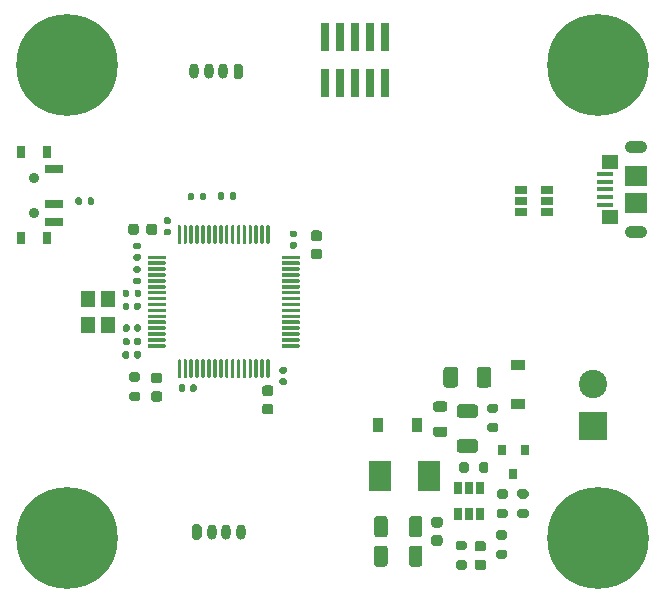
<source format=gbr>
%TF.GenerationSoftware,KiCad,Pcbnew,5.1.10-88a1d61d58~90~ubuntu20.04.1*%
%TF.CreationDate,2021-12-12T00:04:41-03:00*%
%TF.ProjectId,kicadproj,6b696361-6470-4726-9f6a-2e6b69636164,rev?*%
%TF.SameCoordinates,Original*%
%TF.FileFunction,Soldermask,Top*%
%TF.FilePolarity,Negative*%
%FSLAX46Y46*%
G04 Gerber Fmt 4.6, Leading zero omitted, Abs format (unit mm)*
G04 Created by KiCad (PCBNEW 5.1.10-88a1d61d58~90~ubuntu20.04.1) date 2021-12-12 00:04:41*
%MOMM*%
%LPD*%
G01*
G04 APERTURE LIST*
%ADD10R,0.740000X2.400000*%
%ADD11R,1.200000X0.900000*%
%ADD12R,0.900000X1.200000*%
%ADD13C,8.600000*%
%ADD14C,0.900000*%
%ADD15R,2.400000X2.400000*%
%ADD16C,2.400000*%
%ADD17O,0.800000X1.300000*%
%ADD18R,1.450000X1.150000*%
%ADD19O,1.900000X1.050000*%
%ADD20R,1.900000X1.750000*%
%ADD21R,1.400000X0.400000*%
%ADD22R,1.900000X2.500000*%
%ADD23R,0.800000X0.900000*%
%ADD24R,1.500000X0.700000*%
%ADD25R,0.800000X1.000000*%
%ADD26R,0.650000X1.060000*%
%ADD27R,1.060000X0.650000*%
%ADD28R,1.200000X1.400000*%
G04 APERTURE END LIST*
D10*
%TO.C,J3*%
X162360000Y-97525000D03*
X162360000Y-93625000D03*
X163630000Y-97525000D03*
X163630000Y-93625000D03*
X164900000Y-97525000D03*
X164900000Y-93625000D03*
X166170000Y-97525000D03*
X166170000Y-93625000D03*
X167440000Y-97525000D03*
X167440000Y-93625000D03*
%TD*%
%TO.C,C1*%
G36*
G01*
X148127020Y-109633460D02*
X148127020Y-110133460D01*
G75*
G02*
X147902020Y-110358460I-225000J0D01*
G01*
X147452020Y-110358460D01*
G75*
G02*
X147227020Y-110133460I0J225000D01*
G01*
X147227020Y-109633460D01*
G75*
G02*
X147452020Y-109408460I225000J0D01*
G01*
X147902020Y-109408460D01*
G75*
G02*
X148127020Y-109633460I0J-225000D01*
G01*
G37*
G36*
G01*
X146577020Y-109633460D02*
X146577020Y-110133460D01*
G75*
G02*
X146352020Y-110358460I-225000J0D01*
G01*
X145902020Y-110358460D01*
G75*
G02*
X145677020Y-110133460I0J225000D01*
G01*
X145677020Y-109633460D01*
G75*
G02*
X145902020Y-109408460I225000J0D01*
G01*
X146352020Y-109408460D01*
G75*
G02*
X146577020Y-109633460I0J-225000D01*
G01*
G37*
%TD*%
%TO.C,C2*%
G36*
G01*
X157250000Y-124650000D02*
X157750000Y-124650000D01*
G75*
G02*
X157975000Y-124875000I0J-225000D01*
G01*
X157975000Y-125325000D01*
G75*
G02*
X157750000Y-125550000I-225000J0D01*
G01*
X157250000Y-125550000D01*
G75*
G02*
X157025000Y-125325000I0J225000D01*
G01*
X157025000Y-124875000D01*
G75*
G02*
X157250000Y-124650000I225000J0D01*
G01*
G37*
G36*
G01*
X157250000Y-123100000D02*
X157750000Y-123100000D01*
G75*
G02*
X157975000Y-123325000I0J-225000D01*
G01*
X157975000Y-123775000D01*
G75*
G02*
X157750000Y-124000000I-225000J0D01*
G01*
X157250000Y-124000000D01*
G75*
G02*
X157025000Y-123775000I0J225000D01*
G01*
X157025000Y-123325000D01*
G75*
G02*
X157250000Y-123100000I225000J0D01*
G01*
G37*
%TD*%
%TO.C,C3*%
G36*
G01*
X149172600Y-110394540D02*
X148832600Y-110394540D01*
G75*
G02*
X148692600Y-110254540I0J140000D01*
G01*
X148692600Y-109974540D01*
G75*
G02*
X148832600Y-109834540I140000J0D01*
G01*
X149172600Y-109834540D01*
G75*
G02*
X149312600Y-109974540I0J-140000D01*
G01*
X149312600Y-110254540D01*
G75*
G02*
X149172600Y-110394540I-140000J0D01*
G01*
G37*
G36*
G01*
X149172600Y-109434540D02*
X148832600Y-109434540D01*
G75*
G02*
X148692600Y-109294540I0J140000D01*
G01*
X148692600Y-109014540D01*
G75*
G02*
X148832600Y-108874540I140000J0D01*
G01*
X149172600Y-108874540D01*
G75*
G02*
X149312600Y-109014540I0J-140000D01*
G01*
X149312600Y-109294540D01*
G75*
G02*
X149172600Y-109434540I-140000J0D01*
G01*
G37*
%TD*%
%TO.C,C4*%
G36*
G01*
X161875000Y-112425000D02*
X161375000Y-112425000D01*
G75*
G02*
X161150000Y-112200000I0J225000D01*
G01*
X161150000Y-111750000D01*
G75*
G02*
X161375000Y-111525000I225000J0D01*
G01*
X161875000Y-111525000D01*
G75*
G02*
X162100000Y-111750000I0J-225000D01*
G01*
X162100000Y-112200000D01*
G75*
G02*
X161875000Y-112425000I-225000J0D01*
G01*
G37*
G36*
G01*
X161875000Y-110875000D02*
X161375000Y-110875000D01*
G75*
G02*
X161150000Y-110650000I0J225000D01*
G01*
X161150000Y-110200000D01*
G75*
G02*
X161375000Y-109975000I225000J0D01*
G01*
X161875000Y-109975000D01*
G75*
G02*
X162100000Y-110200000I0J-225000D01*
G01*
X162100000Y-110650000D01*
G75*
G02*
X161875000Y-110875000I-225000J0D01*
G01*
G37*
%TD*%
%TO.C,C5*%
G36*
G01*
X150525000Y-123155000D02*
X150525000Y-123495000D01*
G75*
G02*
X150385000Y-123635000I-140000J0D01*
G01*
X150105000Y-123635000D01*
G75*
G02*
X149965000Y-123495000I0J140000D01*
G01*
X149965000Y-123155000D01*
G75*
G02*
X150105000Y-123015000I140000J0D01*
G01*
X150385000Y-123015000D01*
G75*
G02*
X150525000Y-123155000I0J-140000D01*
G01*
G37*
G36*
G01*
X151485000Y-123155000D02*
X151485000Y-123495000D01*
G75*
G02*
X151345000Y-123635000I-140000J0D01*
G01*
X151065000Y-123635000D01*
G75*
G02*
X150925000Y-123495000I0J140000D01*
G01*
X150925000Y-123155000D01*
G75*
G02*
X151065000Y-123015000I140000J0D01*
G01*
X151345000Y-123015000D01*
G75*
G02*
X151485000Y-123155000I0J-140000D01*
G01*
G37*
%TD*%
%TO.C,C6*%
G36*
G01*
X146607200Y-112533220D02*
X146267200Y-112533220D01*
G75*
G02*
X146127200Y-112393220I0J140000D01*
G01*
X146127200Y-112113220D01*
G75*
G02*
X146267200Y-111973220I140000J0D01*
G01*
X146607200Y-111973220D01*
G75*
G02*
X146747200Y-112113220I0J-140000D01*
G01*
X146747200Y-112393220D01*
G75*
G02*
X146607200Y-112533220I-140000J0D01*
G01*
G37*
G36*
G01*
X146607200Y-111573220D02*
X146267200Y-111573220D01*
G75*
G02*
X146127200Y-111433220I0J140000D01*
G01*
X146127200Y-111153220D01*
G75*
G02*
X146267200Y-111013220I140000J0D01*
G01*
X146607200Y-111013220D01*
G75*
G02*
X146747200Y-111153220I0J-140000D01*
G01*
X146747200Y-111433220D01*
G75*
G02*
X146607200Y-111573220I-140000J0D01*
G01*
G37*
%TD*%
%TO.C,C7*%
G36*
G01*
X175050001Y-128800000D02*
X173749999Y-128800000D01*
G75*
G02*
X173500000Y-128550001I0J249999D01*
G01*
X173500000Y-127899999D01*
G75*
G02*
X173749999Y-127650000I249999J0D01*
G01*
X175050001Y-127650000D01*
G75*
G02*
X175300000Y-127899999I0J-249999D01*
G01*
X175300000Y-128550001D01*
G75*
G02*
X175050001Y-128800000I-249999J0D01*
G01*
G37*
G36*
G01*
X175050001Y-125850000D02*
X173749999Y-125850000D01*
G75*
G02*
X173500000Y-125600001I0J249999D01*
G01*
X173500000Y-124949999D01*
G75*
G02*
X173749999Y-124700000I249999J0D01*
G01*
X175050001Y-124700000D01*
G75*
G02*
X175300000Y-124949999I0J-249999D01*
G01*
X175300000Y-125600001D01*
G75*
G02*
X175050001Y-125850000I-249999J0D01*
G01*
G37*
%TD*%
%TO.C,C8*%
G36*
G01*
X158630000Y-122500000D02*
X158970000Y-122500000D01*
G75*
G02*
X159110000Y-122640000I0J-140000D01*
G01*
X159110000Y-122920000D01*
G75*
G02*
X158970000Y-123060000I-140000J0D01*
G01*
X158630000Y-123060000D01*
G75*
G02*
X158490000Y-122920000I0J140000D01*
G01*
X158490000Y-122640000D01*
G75*
G02*
X158630000Y-122500000I140000J0D01*
G01*
G37*
G36*
G01*
X158630000Y-121540000D02*
X158970000Y-121540000D01*
G75*
G02*
X159110000Y-121680000I0J-140000D01*
G01*
X159110000Y-121960000D01*
G75*
G02*
X158970000Y-122100000I-140000J0D01*
G01*
X158630000Y-122100000D01*
G75*
G02*
X158490000Y-121960000I0J140000D01*
G01*
X158490000Y-121680000D01*
G75*
G02*
X158630000Y-121540000I140000J0D01*
G01*
G37*
%TD*%
%TO.C,C9*%
G36*
G01*
X159830440Y-111509600D02*
X159490440Y-111509600D01*
G75*
G02*
X159350440Y-111369600I0J140000D01*
G01*
X159350440Y-111089600D01*
G75*
G02*
X159490440Y-110949600I140000J0D01*
G01*
X159830440Y-110949600D01*
G75*
G02*
X159970440Y-111089600I0J-140000D01*
G01*
X159970440Y-111369600D01*
G75*
G02*
X159830440Y-111509600I-140000J0D01*
G01*
G37*
G36*
G01*
X159830440Y-110549600D02*
X159490440Y-110549600D01*
G75*
G02*
X159350440Y-110409600I0J140000D01*
G01*
X159350440Y-110129600D01*
G75*
G02*
X159490440Y-109989600I140000J0D01*
G01*
X159830440Y-109989600D01*
G75*
G02*
X159970440Y-110129600I0J-140000D01*
G01*
X159970440Y-110409600D01*
G75*
G02*
X159830440Y-110549600I-140000J0D01*
G01*
G37*
%TD*%
%TO.C,C10*%
G36*
G01*
X146755240Y-119207980D02*
X146755240Y-119547980D01*
G75*
G02*
X146615240Y-119687980I-140000J0D01*
G01*
X146335240Y-119687980D01*
G75*
G02*
X146195240Y-119547980I0J140000D01*
G01*
X146195240Y-119207980D01*
G75*
G02*
X146335240Y-119067980I140000J0D01*
G01*
X146615240Y-119067980D01*
G75*
G02*
X146755240Y-119207980I0J-140000D01*
G01*
G37*
G36*
G01*
X145795240Y-119207980D02*
X145795240Y-119547980D01*
G75*
G02*
X145655240Y-119687980I-140000J0D01*
G01*
X145375240Y-119687980D01*
G75*
G02*
X145235240Y-119547980I0J140000D01*
G01*
X145235240Y-119207980D01*
G75*
G02*
X145375240Y-119067980I140000J0D01*
G01*
X145655240Y-119067980D01*
G75*
G02*
X145795240Y-119207980I0J-140000D01*
G01*
G37*
%TD*%
%TO.C,C11*%
G36*
G01*
X145795240Y-118072600D02*
X145795240Y-118412600D01*
G75*
G02*
X145655240Y-118552600I-140000J0D01*
G01*
X145375240Y-118552600D01*
G75*
G02*
X145235240Y-118412600I0J140000D01*
G01*
X145235240Y-118072600D01*
G75*
G02*
X145375240Y-117932600I140000J0D01*
G01*
X145655240Y-117932600D01*
G75*
G02*
X145795240Y-118072600I0J-140000D01*
G01*
G37*
G36*
G01*
X146755240Y-118072600D02*
X146755240Y-118412600D01*
G75*
G02*
X146615240Y-118552600I-140000J0D01*
G01*
X146335240Y-118552600D01*
G75*
G02*
X146195240Y-118412600I0J140000D01*
G01*
X146195240Y-118072600D01*
G75*
G02*
X146335240Y-117932600I140000J0D01*
G01*
X146615240Y-117932600D01*
G75*
G02*
X146755240Y-118072600I0J-140000D01*
G01*
G37*
%TD*%
%TO.C,C12*%
G36*
G01*
X171575000Y-135775000D02*
X172075000Y-135775000D01*
G75*
G02*
X172300000Y-136000000I0J-225000D01*
G01*
X172300000Y-136450000D01*
G75*
G02*
X172075000Y-136675000I-225000J0D01*
G01*
X171575000Y-136675000D01*
G75*
G02*
X171350000Y-136450000I0J225000D01*
G01*
X171350000Y-136000000D01*
G75*
G02*
X171575000Y-135775000I225000J0D01*
G01*
G37*
G36*
G01*
X171575000Y-134225000D02*
X172075000Y-134225000D01*
G75*
G02*
X172300000Y-134450000I0J-225000D01*
G01*
X172300000Y-134900000D01*
G75*
G02*
X172075000Y-135125000I-225000J0D01*
G01*
X171575000Y-135125000D01*
G75*
G02*
X171350000Y-134900000I0J225000D01*
G01*
X171350000Y-134450000D01*
G75*
G02*
X171575000Y-134225000I225000J0D01*
G01*
G37*
%TD*%
%TO.C,C13*%
G36*
G01*
X146604660Y-114524580D02*
X146264660Y-114524580D01*
G75*
G02*
X146124660Y-114384580I0J140000D01*
G01*
X146124660Y-114104580D01*
G75*
G02*
X146264660Y-113964580I140000J0D01*
G01*
X146604660Y-113964580D01*
G75*
G02*
X146744660Y-114104580I0J-140000D01*
G01*
X146744660Y-114384580D01*
G75*
G02*
X146604660Y-114524580I-140000J0D01*
G01*
G37*
G36*
G01*
X146604660Y-113564580D02*
X146264660Y-113564580D01*
G75*
G02*
X146124660Y-113424580I0J140000D01*
G01*
X146124660Y-113144580D01*
G75*
G02*
X146264660Y-113004580I140000J0D01*
G01*
X146604660Y-113004580D01*
G75*
G02*
X146744660Y-113144580I0J-140000D01*
G01*
X146744660Y-113424580D01*
G75*
G02*
X146604660Y-113564580I-140000J0D01*
G01*
G37*
%TD*%
%TO.C,C14*%
G36*
G01*
X166500000Y-135700001D02*
X166500000Y-134399999D01*
G75*
G02*
X166749999Y-134150000I249999J0D01*
G01*
X167400001Y-134150000D01*
G75*
G02*
X167650000Y-134399999I0J-249999D01*
G01*
X167650000Y-135700001D01*
G75*
G02*
X167400001Y-135950000I-249999J0D01*
G01*
X166749999Y-135950000D01*
G75*
G02*
X166500000Y-135700001I0J249999D01*
G01*
G37*
G36*
G01*
X169450000Y-135700001D02*
X169450000Y-134399999D01*
G75*
G02*
X169699999Y-134150000I249999J0D01*
G01*
X170350001Y-134150000D01*
G75*
G02*
X170600000Y-134399999I0J-249999D01*
G01*
X170600000Y-135700001D01*
G75*
G02*
X170350001Y-135950000I-249999J0D01*
G01*
X169699999Y-135950000D01*
G75*
G02*
X169450000Y-135700001I0J249999D01*
G01*
G37*
%TD*%
%TO.C,C15*%
G36*
G01*
X146167300Y-116576180D02*
X146167300Y-116236180D01*
G75*
G02*
X146307300Y-116096180I140000J0D01*
G01*
X146587300Y-116096180D01*
G75*
G02*
X146727300Y-116236180I0J-140000D01*
G01*
X146727300Y-116576180D01*
G75*
G02*
X146587300Y-116716180I-140000J0D01*
G01*
X146307300Y-116716180D01*
G75*
G02*
X146167300Y-116576180I0J140000D01*
G01*
G37*
G36*
G01*
X145207300Y-116576180D02*
X145207300Y-116236180D01*
G75*
G02*
X145347300Y-116096180I140000J0D01*
G01*
X145627300Y-116096180D01*
G75*
G02*
X145767300Y-116236180I0J-140000D01*
G01*
X145767300Y-116576180D01*
G75*
G02*
X145627300Y-116716180I-140000J0D01*
G01*
X145347300Y-116716180D01*
G75*
G02*
X145207300Y-116576180I0J140000D01*
G01*
G37*
%TD*%
%TO.C,C16*%
G36*
G01*
X169450000Y-138200001D02*
X169450000Y-136899999D01*
G75*
G02*
X169699999Y-136650000I249999J0D01*
G01*
X170350001Y-136650000D01*
G75*
G02*
X170600000Y-136899999I0J-249999D01*
G01*
X170600000Y-138200001D01*
G75*
G02*
X170350001Y-138450000I-249999J0D01*
G01*
X169699999Y-138450000D01*
G75*
G02*
X169450000Y-138200001I0J249999D01*
G01*
G37*
G36*
G01*
X166500000Y-138200001D02*
X166500000Y-136899999D01*
G75*
G02*
X166749999Y-136650000I249999J0D01*
G01*
X167400001Y-136650000D01*
G75*
G02*
X167650000Y-136899999I0J-249999D01*
G01*
X167650000Y-138200001D01*
G75*
G02*
X167400001Y-138450000I-249999J0D01*
G01*
X166749999Y-138450000D01*
G75*
G02*
X166500000Y-138200001I0J249999D01*
G01*
G37*
%TD*%
D11*
%TO.C,D1*%
X178650000Y-124650000D03*
X178650000Y-121350000D03*
%TD*%
D12*
%TO.C,D2*%
X170150000Y-126450000D03*
X166850000Y-126450000D03*
%TD*%
%TO.C,D3*%
G36*
G01*
X148349530Y-124473940D02*
X147837030Y-124473940D01*
G75*
G02*
X147618280Y-124255190I0J218750D01*
G01*
X147618280Y-123817690D01*
G75*
G02*
X147837030Y-123598940I218750J0D01*
G01*
X148349530Y-123598940D01*
G75*
G02*
X148568280Y-123817690I0J-218750D01*
G01*
X148568280Y-124255190D01*
G75*
G02*
X148349530Y-124473940I-218750J0D01*
G01*
G37*
G36*
G01*
X148349530Y-122898940D02*
X147837030Y-122898940D01*
G75*
G02*
X147618280Y-122680190I0J218750D01*
G01*
X147618280Y-122242690D01*
G75*
G02*
X147837030Y-122023940I218750J0D01*
G01*
X148349530Y-122023940D01*
G75*
G02*
X148568280Y-122242690I0J-218750D01*
G01*
X148568280Y-122680190D01*
G75*
G02*
X148349530Y-122898940I-218750J0D01*
G01*
G37*
%TD*%
%TO.C,D4*%
G36*
G01*
X175243750Y-137850000D02*
X175756250Y-137850000D01*
G75*
G02*
X175975000Y-138068750I0J-218750D01*
G01*
X175975000Y-138506250D01*
G75*
G02*
X175756250Y-138725000I-218750J0D01*
G01*
X175243750Y-138725000D01*
G75*
G02*
X175025000Y-138506250I0J218750D01*
G01*
X175025000Y-138068750D01*
G75*
G02*
X175243750Y-137850000I218750J0D01*
G01*
G37*
G36*
G01*
X175243750Y-136275000D02*
X175756250Y-136275000D01*
G75*
G02*
X175975000Y-136493750I0J-218750D01*
G01*
X175975000Y-136931250D01*
G75*
G02*
X175756250Y-137150000I-218750J0D01*
G01*
X175243750Y-137150000D01*
G75*
G02*
X175025000Y-136931250I0J218750D01*
G01*
X175025000Y-136493750D01*
G75*
G02*
X175243750Y-136275000I218750J0D01*
G01*
G37*
%TD*%
%TO.C,F1*%
G36*
G01*
X172375000Y-123025000D02*
X172375000Y-121775000D01*
G75*
G02*
X172625000Y-121525000I250000J0D01*
G01*
X173375000Y-121525000D01*
G75*
G02*
X173625000Y-121775000I0J-250000D01*
G01*
X173625000Y-123025000D01*
G75*
G02*
X173375000Y-123275000I-250000J0D01*
G01*
X172625000Y-123275000D01*
G75*
G02*
X172375000Y-123025000I0J250000D01*
G01*
G37*
G36*
G01*
X175175000Y-123025000D02*
X175175000Y-121775000D01*
G75*
G02*
X175425000Y-121525000I250000J0D01*
G01*
X176175000Y-121525000D01*
G75*
G02*
X176425000Y-121775000I0J-250000D01*
G01*
X176425000Y-123025000D01*
G75*
G02*
X176175000Y-123275000I-250000J0D01*
G01*
X175425000Y-123275000D01*
G75*
G02*
X175175000Y-123025000I0J250000D01*
G01*
G37*
%TD*%
%TO.C,FB1*%
G36*
G01*
X172481250Y-125325000D02*
X171718750Y-125325000D01*
G75*
G02*
X171500000Y-125106250I0J218750D01*
G01*
X171500000Y-124668750D01*
G75*
G02*
X171718750Y-124450000I218750J0D01*
G01*
X172481250Y-124450000D01*
G75*
G02*
X172700000Y-124668750I0J-218750D01*
G01*
X172700000Y-125106250D01*
G75*
G02*
X172481250Y-125325000I-218750J0D01*
G01*
G37*
G36*
G01*
X172481250Y-127450000D02*
X171718750Y-127450000D01*
G75*
G02*
X171500000Y-127231250I0J218750D01*
G01*
X171500000Y-126793750D01*
G75*
G02*
X171718750Y-126575000I218750J0D01*
G01*
X172481250Y-126575000D01*
G75*
G02*
X172700000Y-126793750I0J-218750D01*
G01*
X172700000Y-127231250D01*
G75*
G02*
X172481250Y-127450000I-218750J0D01*
G01*
G37*
%TD*%
D13*
%TO.C,H1*%
X140500000Y-96000000D03*
D14*
X143725000Y-96000000D03*
X142780419Y-98280419D03*
X140500000Y-99225000D03*
X138219581Y-98280419D03*
X137275000Y-96000000D03*
X138219581Y-93719581D03*
X140500000Y-92775000D03*
X142780419Y-93719581D03*
%TD*%
%TO.C,H2*%
X187780419Y-93719581D03*
X185500000Y-92775000D03*
X183219581Y-93719581D03*
X182275000Y-96000000D03*
X183219581Y-98280419D03*
X185500000Y-99225000D03*
X187780419Y-98280419D03*
X188725000Y-96000000D03*
D13*
X185500000Y-96000000D03*
%TD*%
%TO.C,H3*%
X185500000Y-136000000D03*
D14*
X188725000Y-136000000D03*
X187780419Y-138280419D03*
X185500000Y-139225000D03*
X183219581Y-138280419D03*
X182275000Y-136000000D03*
X183219581Y-133719581D03*
X185500000Y-132775000D03*
X187780419Y-133719581D03*
%TD*%
%TO.C,H4*%
X142780419Y-133719581D03*
X140500000Y-132775000D03*
X138219581Y-133719581D03*
X137275000Y-136000000D03*
X138219581Y-138280419D03*
X140500000Y-139225000D03*
X142780419Y-138280419D03*
X143725000Y-136000000D03*
D13*
X140500000Y-136000000D03*
%TD*%
D15*
%TO.C,J1*%
X185000000Y-126500000D03*
D16*
X185000000Y-123000000D03*
%TD*%
D17*
%TO.C,J2*%
X151250000Y-96500000D03*
X152500000Y-96500000D03*
X153750000Y-96500000D03*
G36*
G01*
X155400000Y-96050000D02*
X155400000Y-96950000D01*
G75*
G02*
X155200000Y-97150000I-200000J0D01*
G01*
X154800000Y-97150000D01*
G75*
G02*
X154600000Y-96950000I0J200000D01*
G01*
X154600000Y-96050000D01*
G75*
G02*
X154800000Y-95850000I200000J0D01*
G01*
X155200000Y-95850000D01*
G75*
G02*
X155400000Y-96050000I0J-200000D01*
G01*
G37*
%TD*%
%TO.C,J4*%
G36*
G01*
X151100000Y-135950000D02*
X151100000Y-135050000D01*
G75*
G02*
X151300000Y-134850000I200000J0D01*
G01*
X151700000Y-134850000D01*
G75*
G02*
X151900000Y-135050000I0J-200000D01*
G01*
X151900000Y-135950000D01*
G75*
G02*
X151700000Y-136150000I-200000J0D01*
G01*
X151300000Y-136150000D01*
G75*
G02*
X151100000Y-135950000I0J200000D01*
G01*
G37*
X152750000Y-135500000D03*
X154000000Y-135500000D03*
X155250000Y-135500000D03*
%TD*%
D18*
%TO.C,J5*%
X186470000Y-108820000D03*
X186470000Y-104180000D03*
D19*
X188700000Y-102925000D03*
X188700000Y-110075000D03*
D20*
X188700000Y-107625000D03*
D21*
X186050000Y-106500000D03*
X186050000Y-105850000D03*
X186050000Y-105200000D03*
X186050000Y-107800000D03*
X186050000Y-107150000D03*
D20*
X188700000Y-105375000D03*
%TD*%
%TO.C,L1*%
G36*
G01*
X146760000Y-120328160D02*
X146760000Y-120673160D01*
G75*
G02*
X146612500Y-120820660I-147500J0D01*
G01*
X146317500Y-120820660D01*
G75*
G02*
X146170000Y-120673160I0J147500D01*
G01*
X146170000Y-120328160D01*
G75*
G02*
X146317500Y-120180660I147500J0D01*
G01*
X146612500Y-120180660D01*
G75*
G02*
X146760000Y-120328160I0J-147500D01*
G01*
G37*
G36*
G01*
X145790000Y-120328160D02*
X145790000Y-120673160D01*
G75*
G02*
X145642500Y-120820660I-147500J0D01*
G01*
X145347500Y-120820660D01*
G75*
G02*
X145200000Y-120673160I0J147500D01*
G01*
X145200000Y-120328160D01*
G75*
G02*
X145347500Y-120180660I147500J0D01*
G01*
X145642500Y-120180660D01*
G75*
G02*
X145790000Y-120328160I0J-147500D01*
G01*
G37*
%TD*%
D22*
%TO.C,L2*%
X171141100Y-130800000D03*
X167041100Y-130800000D03*
%TD*%
D23*
%TO.C,Q1*%
X179250000Y-128600000D03*
X177350000Y-128600000D03*
X178300000Y-130600000D03*
%TD*%
%TO.C,R1*%
G36*
G01*
X174525000Y-129775000D02*
X174525000Y-130325000D01*
G75*
G02*
X174325000Y-130525000I-200000J0D01*
G01*
X173925000Y-130525000D01*
G75*
G02*
X173725000Y-130325000I0J200000D01*
G01*
X173725000Y-129775000D01*
G75*
G02*
X173925000Y-129575000I200000J0D01*
G01*
X174325000Y-129575000D01*
G75*
G02*
X174525000Y-129775000I0J-200000D01*
G01*
G37*
G36*
G01*
X176175000Y-129775000D02*
X176175000Y-130325000D01*
G75*
G02*
X175975000Y-130525000I-200000J0D01*
G01*
X175575000Y-130525000D01*
G75*
G02*
X175375000Y-130325000I0J200000D01*
G01*
X175375000Y-129775000D01*
G75*
G02*
X175575000Y-129575000I200000J0D01*
G01*
X175975000Y-129575000D01*
G75*
G02*
X176175000Y-129775000I0J-200000D01*
G01*
G37*
%TD*%
%TO.C,R2*%
G36*
G01*
X176275000Y-124625000D02*
X176825000Y-124625000D01*
G75*
G02*
X177025000Y-124825000I0J-200000D01*
G01*
X177025000Y-125225000D01*
G75*
G02*
X176825000Y-125425000I-200000J0D01*
G01*
X176275000Y-125425000D01*
G75*
G02*
X176075000Y-125225000I0J200000D01*
G01*
X176075000Y-124825000D01*
G75*
G02*
X176275000Y-124625000I200000J0D01*
G01*
G37*
G36*
G01*
X176275000Y-126275000D02*
X176825000Y-126275000D01*
G75*
G02*
X177025000Y-126475000I0J-200000D01*
G01*
X177025000Y-126875000D01*
G75*
G02*
X176825000Y-127075000I-200000J0D01*
G01*
X176275000Y-127075000D01*
G75*
G02*
X176075000Y-126875000I0J200000D01*
G01*
X176075000Y-126475000D01*
G75*
G02*
X176275000Y-126275000I200000J0D01*
G01*
G37*
%TD*%
%TO.C,R3*%
G36*
G01*
X151260000Y-106915000D02*
X151260000Y-107285000D01*
G75*
G02*
X151125000Y-107420000I-135000J0D01*
G01*
X150855000Y-107420000D01*
G75*
G02*
X150720000Y-107285000I0J135000D01*
G01*
X150720000Y-106915000D01*
G75*
G02*
X150855000Y-106780000I135000J0D01*
G01*
X151125000Y-106780000D01*
G75*
G02*
X151260000Y-106915000I0J-135000D01*
G01*
G37*
G36*
G01*
X152280000Y-106915000D02*
X152280000Y-107285000D01*
G75*
G02*
X152145000Y-107420000I-135000J0D01*
G01*
X151875000Y-107420000D01*
G75*
G02*
X151740000Y-107285000I0J135000D01*
G01*
X151740000Y-106915000D01*
G75*
G02*
X151875000Y-106780000I135000J0D01*
G01*
X152145000Y-106780000D01*
G75*
G02*
X152280000Y-106915000I0J-135000D01*
G01*
G37*
%TD*%
%TO.C,R4*%
G36*
G01*
X177025000Y-137000000D02*
X177575000Y-137000000D01*
G75*
G02*
X177775000Y-137200000I0J-200000D01*
G01*
X177775000Y-137600000D01*
G75*
G02*
X177575000Y-137800000I-200000J0D01*
G01*
X177025000Y-137800000D01*
G75*
G02*
X176825000Y-137600000I0J200000D01*
G01*
X176825000Y-137200000D01*
G75*
G02*
X177025000Y-137000000I200000J0D01*
G01*
G37*
G36*
G01*
X177025000Y-135350000D02*
X177575000Y-135350000D01*
G75*
G02*
X177775000Y-135550000I0J-200000D01*
G01*
X177775000Y-135950000D01*
G75*
G02*
X177575000Y-136150000I-200000J0D01*
G01*
X177025000Y-136150000D01*
G75*
G02*
X176825000Y-135950000I0J200000D01*
G01*
X176825000Y-135550000D01*
G75*
G02*
X177025000Y-135350000I200000J0D01*
G01*
G37*
%TD*%
%TO.C,R5*%
G36*
G01*
X177075000Y-131875000D02*
X177625000Y-131875000D01*
G75*
G02*
X177825000Y-132075000I0J-200000D01*
G01*
X177825000Y-132475000D01*
G75*
G02*
X177625000Y-132675000I-200000J0D01*
G01*
X177075000Y-132675000D01*
G75*
G02*
X176875000Y-132475000I0J200000D01*
G01*
X176875000Y-132075000D01*
G75*
G02*
X177075000Y-131875000I200000J0D01*
G01*
G37*
G36*
G01*
X177075000Y-133525000D02*
X177625000Y-133525000D01*
G75*
G02*
X177825000Y-133725000I0J-200000D01*
G01*
X177825000Y-134125000D01*
G75*
G02*
X177625000Y-134325000I-200000J0D01*
G01*
X177075000Y-134325000D01*
G75*
G02*
X176875000Y-134125000I0J200000D01*
G01*
X176875000Y-133725000D01*
G75*
G02*
X177075000Y-133525000I200000J0D01*
G01*
G37*
%TD*%
%TO.C,R6*%
G36*
G01*
X179375000Y-132675000D02*
X178825000Y-132675000D01*
G75*
G02*
X178625000Y-132475000I0J200000D01*
G01*
X178625000Y-132075000D01*
G75*
G02*
X178825000Y-131875000I200000J0D01*
G01*
X179375000Y-131875000D01*
G75*
G02*
X179575000Y-132075000I0J-200000D01*
G01*
X179575000Y-132475000D01*
G75*
G02*
X179375000Y-132675000I-200000J0D01*
G01*
G37*
G36*
G01*
X179375000Y-134325000D02*
X178825000Y-134325000D01*
G75*
G02*
X178625000Y-134125000I0J200000D01*
G01*
X178625000Y-133725000D01*
G75*
G02*
X178825000Y-133525000I200000J0D01*
G01*
X179375000Y-133525000D01*
G75*
G02*
X179575000Y-133725000I0J-200000D01*
G01*
X179575000Y-134125000D01*
G75*
G02*
X179375000Y-134325000I-200000J0D01*
G01*
G37*
%TD*%
%TO.C,R7*%
G36*
G01*
X141220000Y-107685000D02*
X141220000Y-107315000D01*
G75*
G02*
X141355000Y-107180000I135000J0D01*
G01*
X141625000Y-107180000D01*
G75*
G02*
X141760000Y-107315000I0J-135000D01*
G01*
X141760000Y-107685000D01*
G75*
G02*
X141625000Y-107820000I-135000J0D01*
G01*
X141355000Y-107820000D01*
G75*
G02*
X141220000Y-107685000I0J135000D01*
G01*
G37*
G36*
G01*
X142240000Y-107685000D02*
X142240000Y-107315000D01*
G75*
G02*
X142375000Y-107180000I135000J0D01*
G01*
X142645000Y-107180000D01*
G75*
G02*
X142780000Y-107315000I0J-135000D01*
G01*
X142780000Y-107685000D01*
G75*
G02*
X142645000Y-107820000I-135000J0D01*
G01*
X142375000Y-107820000D01*
G75*
G02*
X142240000Y-107685000I0J135000D01*
G01*
G37*
%TD*%
%TO.C,R8*%
G36*
G01*
X153270000Y-107260000D02*
X153270000Y-106890000D01*
G75*
G02*
X153405000Y-106755000I135000J0D01*
G01*
X153675000Y-106755000D01*
G75*
G02*
X153810000Y-106890000I0J-135000D01*
G01*
X153810000Y-107260000D01*
G75*
G02*
X153675000Y-107395000I-135000J0D01*
G01*
X153405000Y-107395000D01*
G75*
G02*
X153270000Y-107260000I0J135000D01*
G01*
G37*
G36*
G01*
X154290000Y-107260000D02*
X154290000Y-106890000D01*
G75*
G02*
X154425000Y-106755000I135000J0D01*
G01*
X154695000Y-106755000D01*
G75*
G02*
X154830000Y-106890000I0J-135000D01*
G01*
X154830000Y-107260000D01*
G75*
G02*
X154695000Y-107395000I-135000J0D01*
G01*
X154425000Y-107395000D01*
G75*
G02*
X154290000Y-107260000I0J135000D01*
G01*
G37*
%TD*%
%TO.C,R9*%
G36*
G01*
X145964080Y-121988380D02*
X146514080Y-121988380D01*
G75*
G02*
X146714080Y-122188380I0J-200000D01*
G01*
X146714080Y-122588380D01*
G75*
G02*
X146514080Y-122788380I-200000J0D01*
G01*
X145964080Y-122788380D01*
G75*
G02*
X145764080Y-122588380I0J200000D01*
G01*
X145764080Y-122188380D01*
G75*
G02*
X145964080Y-121988380I200000J0D01*
G01*
G37*
G36*
G01*
X145964080Y-123638380D02*
X146514080Y-123638380D01*
G75*
G02*
X146714080Y-123838380I0J-200000D01*
G01*
X146714080Y-124238380D01*
G75*
G02*
X146514080Y-124438380I-200000J0D01*
G01*
X145964080Y-124438380D01*
G75*
G02*
X145764080Y-124238380I0J200000D01*
G01*
X145764080Y-123838380D01*
G75*
G02*
X145964080Y-123638380I200000J0D01*
G01*
G37*
%TD*%
%TO.C,R10*%
G36*
G01*
X146237780Y-115483740D02*
X146237780Y-115113740D01*
G75*
G02*
X146372780Y-114978740I135000J0D01*
G01*
X146642780Y-114978740D01*
G75*
G02*
X146777780Y-115113740I0J-135000D01*
G01*
X146777780Y-115483740D01*
G75*
G02*
X146642780Y-115618740I-135000J0D01*
G01*
X146372780Y-115618740D01*
G75*
G02*
X146237780Y-115483740I0J135000D01*
G01*
G37*
G36*
G01*
X145217780Y-115483740D02*
X145217780Y-115113740D01*
G75*
G02*
X145352780Y-114978740I135000J0D01*
G01*
X145622780Y-114978740D01*
G75*
G02*
X145757780Y-115113740I0J-135000D01*
G01*
X145757780Y-115483740D01*
G75*
G02*
X145622780Y-115618740I-135000J0D01*
G01*
X145352780Y-115618740D01*
G75*
G02*
X145217780Y-115483740I0J135000D01*
G01*
G37*
%TD*%
%TO.C,R11*%
G36*
G01*
X174150000Y-138700000D02*
X173600000Y-138700000D01*
G75*
G02*
X173400000Y-138500000I0J200000D01*
G01*
X173400000Y-138100000D01*
G75*
G02*
X173600000Y-137900000I200000J0D01*
G01*
X174150000Y-137900000D01*
G75*
G02*
X174350000Y-138100000I0J-200000D01*
G01*
X174350000Y-138500000D01*
G75*
G02*
X174150000Y-138700000I-200000J0D01*
G01*
G37*
G36*
G01*
X174150000Y-137050000D02*
X173600000Y-137050000D01*
G75*
G02*
X173400000Y-136850000I0J200000D01*
G01*
X173400000Y-136450000D01*
G75*
G02*
X173600000Y-136250000I200000J0D01*
G01*
X174150000Y-136250000D01*
G75*
G02*
X174350000Y-136450000I0J-200000D01*
G01*
X174350000Y-136850000D01*
G75*
G02*
X174150000Y-137050000I-200000J0D01*
G01*
G37*
%TD*%
D14*
%TO.C,SW1*%
X137670000Y-105500000D03*
X137670000Y-108500000D03*
D24*
X139430000Y-104750000D03*
X139430000Y-107750000D03*
X139430000Y-109250000D03*
D25*
X136570000Y-103350000D03*
X136570000Y-110650000D03*
X138780000Y-110650000D03*
X138780000Y-103350000D03*
%TD*%
%TO.C,U1*%
G36*
G01*
X147322720Y-112319700D02*
X147322720Y-112169700D01*
G75*
G02*
X147397720Y-112094700I75000J0D01*
G01*
X148797720Y-112094700D01*
G75*
G02*
X148872720Y-112169700I0J-75000D01*
G01*
X148872720Y-112319700D01*
G75*
G02*
X148797720Y-112394700I-75000J0D01*
G01*
X147397720Y-112394700D01*
G75*
G02*
X147322720Y-112319700I0J75000D01*
G01*
G37*
G36*
G01*
X147322720Y-112819700D02*
X147322720Y-112669700D01*
G75*
G02*
X147397720Y-112594700I75000J0D01*
G01*
X148797720Y-112594700D01*
G75*
G02*
X148872720Y-112669700I0J-75000D01*
G01*
X148872720Y-112819700D01*
G75*
G02*
X148797720Y-112894700I-75000J0D01*
G01*
X147397720Y-112894700D01*
G75*
G02*
X147322720Y-112819700I0J75000D01*
G01*
G37*
G36*
G01*
X147322720Y-113319700D02*
X147322720Y-113169700D01*
G75*
G02*
X147397720Y-113094700I75000J0D01*
G01*
X148797720Y-113094700D01*
G75*
G02*
X148872720Y-113169700I0J-75000D01*
G01*
X148872720Y-113319700D01*
G75*
G02*
X148797720Y-113394700I-75000J0D01*
G01*
X147397720Y-113394700D01*
G75*
G02*
X147322720Y-113319700I0J75000D01*
G01*
G37*
G36*
G01*
X147322720Y-113819700D02*
X147322720Y-113669700D01*
G75*
G02*
X147397720Y-113594700I75000J0D01*
G01*
X148797720Y-113594700D01*
G75*
G02*
X148872720Y-113669700I0J-75000D01*
G01*
X148872720Y-113819700D01*
G75*
G02*
X148797720Y-113894700I-75000J0D01*
G01*
X147397720Y-113894700D01*
G75*
G02*
X147322720Y-113819700I0J75000D01*
G01*
G37*
G36*
G01*
X147322720Y-114319700D02*
X147322720Y-114169700D01*
G75*
G02*
X147397720Y-114094700I75000J0D01*
G01*
X148797720Y-114094700D01*
G75*
G02*
X148872720Y-114169700I0J-75000D01*
G01*
X148872720Y-114319700D01*
G75*
G02*
X148797720Y-114394700I-75000J0D01*
G01*
X147397720Y-114394700D01*
G75*
G02*
X147322720Y-114319700I0J75000D01*
G01*
G37*
G36*
G01*
X147322720Y-114819700D02*
X147322720Y-114669700D01*
G75*
G02*
X147397720Y-114594700I75000J0D01*
G01*
X148797720Y-114594700D01*
G75*
G02*
X148872720Y-114669700I0J-75000D01*
G01*
X148872720Y-114819700D01*
G75*
G02*
X148797720Y-114894700I-75000J0D01*
G01*
X147397720Y-114894700D01*
G75*
G02*
X147322720Y-114819700I0J75000D01*
G01*
G37*
G36*
G01*
X147322720Y-115319700D02*
X147322720Y-115169700D01*
G75*
G02*
X147397720Y-115094700I75000J0D01*
G01*
X148797720Y-115094700D01*
G75*
G02*
X148872720Y-115169700I0J-75000D01*
G01*
X148872720Y-115319700D01*
G75*
G02*
X148797720Y-115394700I-75000J0D01*
G01*
X147397720Y-115394700D01*
G75*
G02*
X147322720Y-115319700I0J75000D01*
G01*
G37*
G36*
G01*
X147322720Y-115819700D02*
X147322720Y-115669700D01*
G75*
G02*
X147397720Y-115594700I75000J0D01*
G01*
X148797720Y-115594700D01*
G75*
G02*
X148872720Y-115669700I0J-75000D01*
G01*
X148872720Y-115819700D01*
G75*
G02*
X148797720Y-115894700I-75000J0D01*
G01*
X147397720Y-115894700D01*
G75*
G02*
X147322720Y-115819700I0J75000D01*
G01*
G37*
G36*
G01*
X147322720Y-116319700D02*
X147322720Y-116169700D01*
G75*
G02*
X147397720Y-116094700I75000J0D01*
G01*
X148797720Y-116094700D01*
G75*
G02*
X148872720Y-116169700I0J-75000D01*
G01*
X148872720Y-116319700D01*
G75*
G02*
X148797720Y-116394700I-75000J0D01*
G01*
X147397720Y-116394700D01*
G75*
G02*
X147322720Y-116319700I0J75000D01*
G01*
G37*
G36*
G01*
X147322720Y-116819700D02*
X147322720Y-116669700D01*
G75*
G02*
X147397720Y-116594700I75000J0D01*
G01*
X148797720Y-116594700D01*
G75*
G02*
X148872720Y-116669700I0J-75000D01*
G01*
X148872720Y-116819700D01*
G75*
G02*
X148797720Y-116894700I-75000J0D01*
G01*
X147397720Y-116894700D01*
G75*
G02*
X147322720Y-116819700I0J75000D01*
G01*
G37*
G36*
G01*
X147322720Y-117319700D02*
X147322720Y-117169700D01*
G75*
G02*
X147397720Y-117094700I75000J0D01*
G01*
X148797720Y-117094700D01*
G75*
G02*
X148872720Y-117169700I0J-75000D01*
G01*
X148872720Y-117319700D01*
G75*
G02*
X148797720Y-117394700I-75000J0D01*
G01*
X147397720Y-117394700D01*
G75*
G02*
X147322720Y-117319700I0J75000D01*
G01*
G37*
G36*
G01*
X147322720Y-117819700D02*
X147322720Y-117669700D01*
G75*
G02*
X147397720Y-117594700I75000J0D01*
G01*
X148797720Y-117594700D01*
G75*
G02*
X148872720Y-117669700I0J-75000D01*
G01*
X148872720Y-117819700D01*
G75*
G02*
X148797720Y-117894700I-75000J0D01*
G01*
X147397720Y-117894700D01*
G75*
G02*
X147322720Y-117819700I0J75000D01*
G01*
G37*
G36*
G01*
X147322720Y-118319700D02*
X147322720Y-118169700D01*
G75*
G02*
X147397720Y-118094700I75000J0D01*
G01*
X148797720Y-118094700D01*
G75*
G02*
X148872720Y-118169700I0J-75000D01*
G01*
X148872720Y-118319700D01*
G75*
G02*
X148797720Y-118394700I-75000J0D01*
G01*
X147397720Y-118394700D01*
G75*
G02*
X147322720Y-118319700I0J75000D01*
G01*
G37*
G36*
G01*
X147322720Y-118819700D02*
X147322720Y-118669700D01*
G75*
G02*
X147397720Y-118594700I75000J0D01*
G01*
X148797720Y-118594700D01*
G75*
G02*
X148872720Y-118669700I0J-75000D01*
G01*
X148872720Y-118819700D01*
G75*
G02*
X148797720Y-118894700I-75000J0D01*
G01*
X147397720Y-118894700D01*
G75*
G02*
X147322720Y-118819700I0J75000D01*
G01*
G37*
G36*
G01*
X147322720Y-119319700D02*
X147322720Y-119169700D01*
G75*
G02*
X147397720Y-119094700I75000J0D01*
G01*
X148797720Y-119094700D01*
G75*
G02*
X148872720Y-119169700I0J-75000D01*
G01*
X148872720Y-119319700D01*
G75*
G02*
X148797720Y-119394700I-75000J0D01*
G01*
X147397720Y-119394700D01*
G75*
G02*
X147322720Y-119319700I0J75000D01*
G01*
G37*
G36*
G01*
X147322720Y-119819700D02*
X147322720Y-119669700D01*
G75*
G02*
X147397720Y-119594700I75000J0D01*
G01*
X148797720Y-119594700D01*
G75*
G02*
X148872720Y-119669700I0J-75000D01*
G01*
X148872720Y-119819700D01*
G75*
G02*
X148797720Y-119894700I-75000J0D01*
G01*
X147397720Y-119894700D01*
G75*
G02*
X147322720Y-119819700I0J75000D01*
G01*
G37*
G36*
G01*
X149872720Y-122369700D02*
X149872720Y-120969700D01*
G75*
G02*
X149947720Y-120894700I75000J0D01*
G01*
X150097720Y-120894700D01*
G75*
G02*
X150172720Y-120969700I0J-75000D01*
G01*
X150172720Y-122369700D01*
G75*
G02*
X150097720Y-122444700I-75000J0D01*
G01*
X149947720Y-122444700D01*
G75*
G02*
X149872720Y-122369700I0J75000D01*
G01*
G37*
G36*
G01*
X150372720Y-122369700D02*
X150372720Y-120969700D01*
G75*
G02*
X150447720Y-120894700I75000J0D01*
G01*
X150597720Y-120894700D01*
G75*
G02*
X150672720Y-120969700I0J-75000D01*
G01*
X150672720Y-122369700D01*
G75*
G02*
X150597720Y-122444700I-75000J0D01*
G01*
X150447720Y-122444700D01*
G75*
G02*
X150372720Y-122369700I0J75000D01*
G01*
G37*
G36*
G01*
X150872720Y-122369700D02*
X150872720Y-120969700D01*
G75*
G02*
X150947720Y-120894700I75000J0D01*
G01*
X151097720Y-120894700D01*
G75*
G02*
X151172720Y-120969700I0J-75000D01*
G01*
X151172720Y-122369700D01*
G75*
G02*
X151097720Y-122444700I-75000J0D01*
G01*
X150947720Y-122444700D01*
G75*
G02*
X150872720Y-122369700I0J75000D01*
G01*
G37*
G36*
G01*
X151372720Y-122369700D02*
X151372720Y-120969700D01*
G75*
G02*
X151447720Y-120894700I75000J0D01*
G01*
X151597720Y-120894700D01*
G75*
G02*
X151672720Y-120969700I0J-75000D01*
G01*
X151672720Y-122369700D01*
G75*
G02*
X151597720Y-122444700I-75000J0D01*
G01*
X151447720Y-122444700D01*
G75*
G02*
X151372720Y-122369700I0J75000D01*
G01*
G37*
G36*
G01*
X151872720Y-122369700D02*
X151872720Y-120969700D01*
G75*
G02*
X151947720Y-120894700I75000J0D01*
G01*
X152097720Y-120894700D01*
G75*
G02*
X152172720Y-120969700I0J-75000D01*
G01*
X152172720Y-122369700D01*
G75*
G02*
X152097720Y-122444700I-75000J0D01*
G01*
X151947720Y-122444700D01*
G75*
G02*
X151872720Y-122369700I0J75000D01*
G01*
G37*
G36*
G01*
X152372720Y-122369700D02*
X152372720Y-120969700D01*
G75*
G02*
X152447720Y-120894700I75000J0D01*
G01*
X152597720Y-120894700D01*
G75*
G02*
X152672720Y-120969700I0J-75000D01*
G01*
X152672720Y-122369700D01*
G75*
G02*
X152597720Y-122444700I-75000J0D01*
G01*
X152447720Y-122444700D01*
G75*
G02*
X152372720Y-122369700I0J75000D01*
G01*
G37*
G36*
G01*
X152872720Y-122369700D02*
X152872720Y-120969700D01*
G75*
G02*
X152947720Y-120894700I75000J0D01*
G01*
X153097720Y-120894700D01*
G75*
G02*
X153172720Y-120969700I0J-75000D01*
G01*
X153172720Y-122369700D01*
G75*
G02*
X153097720Y-122444700I-75000J0D01*
G01*
X152947720Y-122444700D01*
G75*
G02*
X152872720Y-122369700I0J75000D01*
G01*
G37*
G36*
G01*
X153372720Y-122369700D02*
X153372720Y-120969700D01*
G75*
G02*
X153447720Y-120894700I75000J0D01*
G01*
X153597720Y-120894700D01*
G75*
G02*
X153672720Y-120969700I0J-75000D01*
G01*
X153672720Y-122369700D01*
G75*
G02*
X153597720Y-122444700I-75000J0D01*
G01*
X153447720Y-122444700D01*
G75*
G02*
X153372720Y-122369700I0J75000D01*
G01*
G37*
G36*
G01*
X153872720Y-122369700D02*
X153872720Y-120969700D01*
G75*
G02*
X153947720Y-120894700I75000J0D01*
G01*
X154097720Y-120894700D01*
G75*
G02*
X154172720Y-120969700I0J-75000D01*
G01*
X154172720Y-122369700D01*
G75*
G02*
X154097720Y-122444700I-75000J0D01*
G01*
X153947720Y-122444700D01*
G75*
G02*
X153872720Y-122369700I0J75000D01*
G01*
G37*
G36*
G01*
X154372720Y-122369700D02*
X154372720Y-120969700D01*
G75*
G02*
X154447720Y-120894700I75000J0D01*
G01*
X154597720Y-120894700D01*
G75*
G02*
X154672720Y-120969700I0J-75000D01*
G01*
X154672720Y-122369700D01*
G75*
G02*
X154597720Y-122444700I-75000J0D01*
G01*
X154447720Y-122444700D01*
G75*
G02*
X154372720Y-122369700I0J75000D01*
G01*
G37*
G36*
G01*
X154872720Y-122369700D02*
X154872720Y-120969700D01*
G75*
G02*
X154947720Y-120894700I75000J0D01*
G01*
X155097720Y-120894700D01*
G75*
G02*
X155172720Y-120969700I0J-75000D01*
G01*
X155172720Y-122369700D01*
G75*
G02*
X155097720Y-122444700I-75000J0D01*
G01*
X154947720Y-122444700D01*
G75*
G02*
X154872720Y-122369700I0J75000D01*
G01*
G37*
G36*
G01*
X155372720Y-122369700D02*
X155372720Y-120969700D01*
G75*
G02*
X155447720Y-120894700I75000J0D01*
G01*
X155597720Y-120894700D01*
G75*
G02*
X155672720Y-120969700I0J-75000D01*
G01*
X155672720Y-122369700D01*
G75*
G02*
X155597720Y-122444700I-75000J0D01*
G01*
X155447720Y-122444700D01*
G75*
G02*
X155372720Y-122369700I0J75000D01*
G01*
G37*
G36*
G01*
X155872720Y-122369700D02*
X155872720Y-120969700D01*
G75*
G02*
X155947720Y-120894700I75000J0D01*
G01*
X156097720Y-120894700D01*
G75*
G02*
X156172720Y-120969700I0J-75000D01*
G01*
X156172720Y-122369700D01*
G75*
G02*
X156097720Y-122444700I-75000J0D01*
G01*
X155947720Y-122444700D01*
G75*
G02*
X155872720Y-122369700I0J75000D01*
G01*
G37*
G36*
G01*
X156372720Y-122369700D02*
X156372720Y-120969700D01*
G75*
G02*
X156447720Y-120894700I75000J0D01*
G01*
X156597720Y-120894700D01*
G75*
G02*
X156672720Y-120969700I0J-75000D01*
G01*
X156672720Y-122369700D01*
G75*
G02*
X156597720Y-122444700I-75000J0D01*
G01*
X156447720Y-122444700D01*
G75*
G02*
X156372720Y-122369700I0J75000D01*
G01*
G37*
G36*
G01*
X156872720Y-122369700D02*
X156872720Y-120969700D01*
G75*
G02*
X156947720Y-120894700I75000J0D01*
G01*
X157097720Y-120894700D01*
G75*
G02*
X157172720Y-120969700I0J-75000D01*
G01*
X157172720Y-122369700D01*
G75*
G02*
X157097720Y-122444700I-75000J0D01*
G01*
X156947720Y-122444700D01*
G75*
G02*
X156872720Y-122369700I0J75000D01*
G01*
G37*
G36*
G01*
X157372720Y-122369700D02*
X157372720Y-120969700D01*
G75*
G02*
X157447720Y-120894700I75000J0D01*
G01*
X157597720Y-120894700D01*
G75*
G02*
X157672720Y-120969700I0J-75000D01*
G01*
X157672720Y-122369700D01*
G75*
G02*
X157597720Y-122444700I-75000J0D01*
G01*
X157447720Y-122444700D01*
G75*
G02*
X157372720Y-122369700I0J75000D01*
G01*
G37*
G36*
G01*
X158672720Y-119819700D02*
X158672720Y-119669700D01*
G75*
G02*
X158747720Y-119594700I75000J0D01*
G01*
X160147720Y-119594700D01*
G75*
G02*
X160222720Y-119669700I0J-75000D01*
G01*
X160222720Y-119819700D01*
G75*
G02*
X160147720Y-119894700I-75000J0D01*
G01*
X158747720Y-119894700D01*
G75*
G02*
X158672720Y-119819700I0J75000D01*
G01*
G37*
G36*
G01*
X158672720Y-119319700D02*
X158672720Y-119169700D01*
G75*
G02*
X158747720Y-119094700I75000J0D01*
G01*
X160147720Y-119094700D01*
G75*
G02*
X160222720Y-119169700I0J-75000D01*
G01*
X160222720Y-119319700D01*
G75*
G02*
X160147720Y-119394700I-75000J0D01*
G01*
X158747720Y-119394700D01*
G75*
G02*
X158672720Y-119319700I0J75000D01*
G01*
G37*
G36*
G01*
X158672720Y-118819700D02*
X158672720Y-118669700D01*
G75*
G02*
X158747720Y-118594700I75000J0D01*
G01*
X160147720Y-118594700D01*
G75*
G02*
X160222720Y-118669700I0J-75000D01*
G01*
X160222720Y-118819700D01*
G75*
G02*
X160147720Y-118894700I-75000J0D01*
G01*
X158747720Y-118894700D01*
G75*
G02*
X158672720Y-118819700I0J75000D01*
G01*
G37*
G36*
G01*
X158672720Y-118319700D02*
X158672720Y-118169700D01*
G75*
G02*
X158747720Y-118094700I75000J0D01*
G01*
X160147720Y-118094700D01*
G75*
G02*
X160222720Y-118169700I0J-75000D01*
G01*
X160222720Y-118319700D01*
G75*
G02*
X160147720Y-118394700I-75000J0D01*
G01*
X158747720Y-118394700D01*
G75*
G02*
X158672720Y-118319700I0J75000D01*
G01*
G37*
G36*
G01*
X158672720Y-117819700D02*
X158672720Y-117669700D01*
G75*
G02*
X158747720Y-117594700I75000J0D01*
G01*
X160147720Y-117594700D01*
G75*
G02*
X160222720Y-117669700I0J-75000D01*
G01*
X160222720Y-117819700D01*
G75*
G02*
X160147720Y-117894700I-75000J0D01*
G01*
X158747720Y-117894700D01*
G75*
G02*
X158672720Y-117819700I0J75000D01*
G01*
G37*
G36*
G01*
X158672720Y-117319700D02*
X158672720Y-117169700D01*
G75*
G02*
X158747720Y-117094700I75000J0D01*
G01*
X160147720Y-117094700D01*
G75*
G02*
X160222720Y-117169700I0J-75000D01*
G01*
X160222720Y-117319700D01*
G75*
G02*
X160147720Y-117394700I-75000J0D01*
G01*
X158747720Y-117394700D01*
G75*
G02*
X158672720Y-117319700I0J75000D01*
G01*
G37*
G36*
G01*
X158672720Y-116819700D02*
X158672720Y-116669700D01*
G75*
G02*
X158747720Y-116594700I75000J0D01*
G01*
X160147720Y-116594700D01*
G75*
G02*
X160222720Y-116669700I0J-75000D01*
G01*
X160222720Y-116819700D01*
G75*
G02*
X160147720Y-116894700I-75000J0D01*
G01*
X158747720Y-116894700D01*
G75*
G02*
X158672720Y-116819700I0J75000D01*
G01*
G37*
G36*
G01*
X158672720Y-116319700D02*
X158672720Y-116169700D01*
G75*
G02*
X158747720Y-116094700I75000J0D01*
G01*
X160147720Y-116094700D01*
G75*
G02*
X160222720Y-116169700I0J-75000D01*
G01*
X160222720Y-116319700D01*
G75*
G02*
X160147720Y-116394700I-75000J0D01*
G01*
X158747720Y-116394700D01*
G75*
G02*
X158672720Y-116319700I0J75000D01*
G01*
G37*
G36*
G01*
X158672720Y-115819700D02*
X158672720Y-115669700D01*
G75*
G02*
X158747720Y-115594700I75000J0D01*
G01*
X160147720Y-115594700D01*
G75*
G02*
X160222720Y-115669700I0J-75000D01*
G01*
X160222720Y-115819700D01*
G75*
G02*
X160147720Y-115894700I-75000J0D01*
G01*
X158747720Y-115894700D01*
G75*
G02*
X158672720Y-115819700I0J75000D01*
G01*
G37*
G36*
G01*
X158672720Y-115319700D02*
X158672720Y-115169700D01*
G75*
G02*
X158747720Y-115094700I75000J0D01*
G01*
X160147720Y-115094700D01*
G75*
G02*
X160222720Y-115169700I0J-75000D01*
G01*
X160222720Y-115319700D01*
G75*
G02*
X160147720Y-115394700I-75000J0D01*
G01*
X158747720Y-115394700D01*
G75*
G02*
X158672720Y-115319700I0J75000D01*
G01*
G37*
G36*
G01*
X158672720Y-114819700D02*
X158672720Y-114669700D01*
G75*
G02*
X158747720Y-114594700I75000J0D01*
G01*
X160147720Y-114594700D01*
G75*
G02*
X160222720Y-114669700I0J-75000D01*
G01*
X160222720Y-114819700D01*
G75*
G02*
X160147720Y-114894700I-75000J0D01*
G01*
X158747720Y-114894700D01*
G75*
G02*
X158672720Y-114819700I0J75000D01*
G01*
G37*
G36*
G01*
X158672720Y-114319700D02*
X158672720Y-114169700D01*
G75*
G02*
X158747720Y-114094700I75000J0D01*
G01*
X160147720Y-114094700D01*
G75*
G02*
X160222720Y-114169700I0J-75000D01*
G01*
X160222720Y-114319700D01*
G75*
G02*
X160147720Y-114394700I-75000J0D01*
G01*
X158747720Y-114394700D01*
G75*
G02*
X158672720Y-114319700I0J75000D01*
G01*
G37*
G36*
G01*
X158672720Y-113819700D02*
X158672720Y-113669700D01*
G75*
G02*
X158747720Y-113594700I75000J0D01*
G01*
X160147720Y-113594700D01*
G75*
G02*
X160222720Y-113669700I0J-75000D01*
G01*
X160222720Y-113819700D01*
G75*
G02*
X160147720Y-113894700I-75000J0D01*
G01*
X158747720Y-113894700D01*
G75*
G02*
X158672720Y-113819700I0J75000D01*
G01*
G37*
G36*
G01*
X158672720Y-113319700D02*
X158672720Y-113169700D01*
G75*
G02*
X158747720Y-113094700I75000J0D01*
G01*
X160147720Y-113094700D01*
G75*
G02*
X160222720Y-113169700I0J-75000D01*
G01*
X160222720Y-113319700D01*
G75*
G02*
X160147720Y-113394700I-75000J0D01*
G01*
X158747720Y-113394700D01*
G75*
G02*
X158672720Y-113319700I0J75000D01*
G01*
G37*
G36*
G01*
X158672720Y-112819700D02*
X158672720Y-112669700D01*
G75*
G02*
X158747720Y-112594700I75000J0D01*
G01*
X160147720Y-112594700D01*
G75*
G02*
X160222720Y-112669700I0J-75000D01*
G01*
X160222720Y-112819700D01*
G75*
G02*
X160147720Y-112894700I-75000J0D01*
G01*
X158747720Y-112894700D01*
G75*
G02*
X158672720Y-112819700I0J75000D01*
G01*
G37*
G36*
G01*
X158672720Y-112319700D02*
X158672720Y-112169700D01*
G75*
G02*
X158747720Y-112094700I75000J0D01*
G01*
X160147720Y-112094700D01*
G75*
G02*
X160222720Y-112169700I0J-75000D01*
G01*
X160222720Y-112319700D01*
G75*
G02*
X160147720Y-112394700I-75000J0D01*
G01*
X158747720Y-112394700D01*
G75*
G02*
X158672720Y-112319700I0J75000D01*
G01*
G37*
G36*
G01*
X157372720Y-111019700D02*
X157372720Y-109619700D01*
G75*
G02*
X157447720Y-109544700I75000J0D01*
G01*
X157597720Y-109544700D01*
G75*
G02*
X157672720Y-109619700I0J-75000D01*
G01*
X157672720Y-111019700D01*
G75*
G02*
X157597720Y-111094700I-75000J0D01*
G01*
X157447720Y-111094700D01*
G75*
G02*
X157372720Y-111019700I0J75000D01*
G01*
G37*
G36*
G01*
X156872720Y-111019700D02*
X156872720Y-109619700D01*
G75*
G02*
X156947720Y-109544700I75000J0D01*
G01*
X157097720Y-109544700D01*
G75*
G02*
X157172720Y-109619700I0J-75000D01*
G01*
X157172720Y-111019700D01*
G75*
G02*
X157097720Y-111094700I-75000J0D01*
G01*
X156947720Y-111094700D01*
G75*
G02*
X156872720Y-111019700I0J75000D01*
G01*
G37*
G36*
G01*
X156372720Y-111019700D02*
X156372720Y-109619700D01*
G75*
G02*
X156447720Y-109544700I75000J0D01*
G01*
X156597720Y-109544700D01*
G75*
G02*
X156672720Y-109619700I0J-75000D01*
G01*
X156672720Y-111019700D01*
G75*
G02*
X156597720Y-111094700I-75000J0D01*
G01*
X156447720Y-111094700D01*
G75*
G02*
X156372720Y-111019700I0J75000D01*
G01*
G37*
G36*
G01*
X155872720Y-111019700D02*
X155872720Y-109619700D01*
G75*
G02*
X155947720Y-109544700I75000J0D01*
G01*
X156097720Y-109544700D01*
G75*
G02*
X156172720Y-109619700I0J-75000D01*
G01*
X156172720Y-111019700D01*
G75*
G02*
X156097720Y-111094700I-75000J0D01*
G01*
X155947720Y-111094700D01*
G75*
G02*
X155872720Y-111019700I0J75000D01*
G01*
G37*
G36*
G01*
X155372720Y-111019700D02*
X155372720Y-109619700D01*
G75*
G02*
X155447720Y-109544700I75000J0D01*
G01*
X155597720Y-109544700D01*
G75*
G02*
X155672720Y-109619700I0J-75000D01*
G01*
X155672720Y-111019700D01*
G75*
G02*
X155597720Y-111094700I-75000J0D01*
G01*
X155447720Y-111094700D01*
G75*
G02*
X155372720Y-111019700I0J75000D01*
G01*
G37*
G36*
G01*
X154872720Y-111019700D02*
X154872720Y-109619700D01*
G75*
G02*
X154947720Y-109544700I75000J0D01*
G01*
X155097720Y-109544700D01*
G75*
G02*
X155172720Y-109619700I0J-75000D01*
G01*
X155172720Y-111019700D01*
G75*
G02*
X155097720Y-111094700I-75000J0D01*
G01*
X154947720Y-111094700D01*
G75*
G02*
X154872720Y-111019700I0J75000D01*
G01*
G37*
G36*
G01*
X154372720Y-111019700D02*
X154372720Y-109619700D01*
G75*
G02*
X154447720Y-109544700I75000J0D01*
G01*
X154597720Y-109544700D01*
G75*
G02*
X154672720Y-109619700I0J-75000D01*
G01*
X154672720Y-111019700D01*
G75*
G02*
X154597720Y-111094700I-75000J0D01*
G01*
X154447720Y-111094700D01*
G75*
G02*
X154372720Y-111019700I0J75000D01*
G01*
G37*
G36*
G01*
X153872720Y-111019700D02*
X153872720Y-109619700D01*
G75*
G02*
X153947720Y-109544700I75000J0D01*
G01*
X154097720Y-109544700D01*
G75*
G02*
X154172720Y-109619700I0J-75000D01*
G01*
X154172720Y-111019700D01*
G75*
G02*
X154097720Y-111094700I-75000J0D01*
G01*
X153947720Y-111094700D01*
G75*
G02*
X153872720Y-111019700I0J75000D01*
G01*
G37*
G36*
G01*
X153372720Y-111019700D02*
X153372720Y-109619700D01*
G75*
G02*
X153447720Y-109544700I75000J0D01*
G01*
X153597720Y-109544700D01*
G75*
G02*
X153672720Y-109619700I0J-75000D01*
G01*
X153672720Y-111019700D01*
G75*
G02*
X153597720Y-111094700I-75000J0D01*
G01*
X153447720Y-111094700D01*
G75*
G02*
X153372720Y-111019700I0J75000D01*
G01*
G37*
G36*
G01*
X152872720Y-111019700D02*
X152872720Y-109619700D01*
G75*
G02*
X152947720Y-109544700I75000J0D01*
G01*
X153097720Y-109544700D01*
G75*
G02*
X153172720Y-109619700I0J-75000D01*
G01*
X153172720Y-111019700D01*
G75*
G02*
X153097720Y-111094700I-75000J0D01*
G01*
X152947720Y-111094700D01*
G75*
G02*
X152872720Y-111019700I0J75000D01*
G01*
G37*
G36*
G01*
X152372720Y-111019700D02*
X152372720Y-109619700D01*
G75*
G02*
X152447720Y-109544700I75000J0D01*
G01*
X152597720Y-109544700D01*
G75*
G02*
X152672720Y-109619700I0J-75000D01*
G01*
X152672720Y-111019700D01*
G75*
G02*
X152597720Y-111094700I-75000J0D01*
G01*
X152447720Y-111094700D01*
G75*
G02*
X152372720Y-111019700I0J75000D01*
G01*
G37*
G36*
G01*
X151872720Y-111019700D02*
X151872720Y-109619700D01*
G75*
G02*
X151947720Y-109544700I75000J0D01*
G01*
X152097720Y-109544700D01*
G75*
G02*
X152172720Y-109619700I0J-75000D01*
G01*
X152172720Y-111019700D01*
G75*
G02*
X152097720Y-111094700I-75000J0D01*
G01*
X151947720Y-111094700D01*
G75*
G02*
X151872720Y-111019700I0J75000D01*
G01*
G37*
G36*
G01*
X151372720Y-111019700D02*
X151372720Y-109619700D01*
G75*
G02*
X151447720Y-109544700I75000J0D01*
G01*
X151597720Y-109544700D01*
G75*
G02*
X151672720Y-109619700I0J-75000D01*
G01*
X151672720Y-111019700D01*
G75*
G02*
X151597720Y-111094700I-75000J0D01*
G01*
X151447720Y-111094700D01*
G75*
G02*
X151372720Y-111019700I0J75000D01*
G01*
G37*
G36*
G01*
X150872720Y-111019700D02*
X150872720Y-109619700D01*
G75*
G02*
X150947720Y-109544700I75000J0D01*
G01*
X151097720Y-109544700D01*
G75*
G02*
X151172720Y-109619700I0J-75000D01*
G01*
X151172720Y-111019700D01*
G75*
G02*
X151097720Y-111094700I-75000J0D01*
G01*
X150947720Y-111094700D01*
G75*
G02*
X150872720Y-111019700I0J75000D01*
G01*
G37*
G36*
G01*
X150372720Y-111019700D02*
X150372720Y-109619700D01*
G75*
G02*
X150447720Y-109544700I75000J0D01*
G01*
X150597720Y-109544700D01*
G75*
G02*
X150672720Y-109619700I0J-75000D01*
G01*
X150672720Y-111019700D01*
G75*
G02*
X150597720Y-111094700I-75000J0D01*
G01*
X150447720Y-111094700D01*
G75*
G02*
X150372720Y-111019700I0J75000D01*
G01*
G37*
G36*
G01*
X149872720Y-111019700D02*
X149872720Y-109619700D01*
G75*
G02*
X149947720Y-109544700I75000J0D01*
G01*
X150097720Y-109544700D01*
G75*
G02*
X150172720Y-109619700I0J-75000D01*
G01*
X150172720Y-111019700D01*
G75*
G02*
X150097720Y-111094700I-75000J0D01*
G01*
X149947720Y-111094700D01*
G75*
G02*
X149872720Y-111019700I0J75000D01*
G01*
G37*
%TD*%
D26*
%TO.C,U2*%
X174553040Y-131795280D03*
X173603040Y-131795280D03*
X175503040Y-131795280D03*
X175503040Y-133995280D03*
X174553040Y-133995280D03*
X173603040Y-133995280D03*
%TD*%
D27*
%TO.C,U3*%
X181100000Y-108450000D03*
X181100000Y-107500000D03*
X181100000Y-106550000D03*
X178900000Y-106550000D03*
X178900000Y-108450000D03*
X178900000Y-107500000D03*
%TD*%
D28*
%TO.C,Y1*%
X142242020Y-115814180D03*
X142242020Y-118014180D03*
X143942020Y-118014180D03*
X143942020Y-115814180D03*
%TD*%
M02*

</source>
